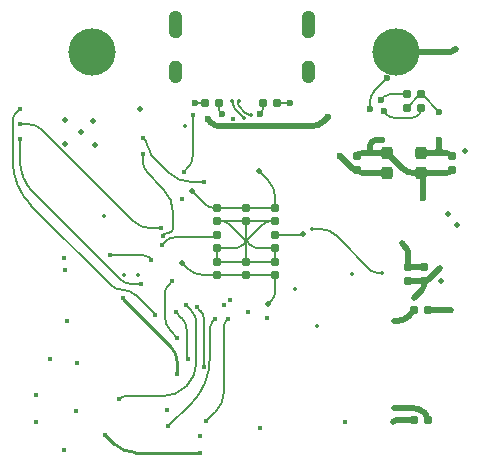
<source format=gbl>
G04 #@! TF.GenerationSoftware,KiCad,Pcbnew,8.0.4*
G04 #@! TF.CreationDate,2024-10-04T00:04:43-04:00*
G04 #@! TF.ProjectId,BlueSTM32,426c7565-5354-44d3-9332-2e6b69636164,rev?*
G04 #@! TF.SameCoordinates,Original*
G04 #@! TF.FileFunction,Copper,L4,Bot*
G04 #@! TF.FilePolarity,Positive*
%FSLAX46Y46*%
G04 Gerber Fmt 4.6, Leading zero omitted, Abs format (unit mm)*
G04 Created by KiCad (PCBNEW 8.0.4) date 2024-10-04 00:04:43*
%MOMM*%
%LPD*%
G01*
G04 APERTURE LIST*
G04 Aperture macros list*
%AMRoundRect*
0 Rectangle with rounded corners*
0 $1 Rounding radius*
0 $2 $3 $4 $5 $6 $7 $8 $9 X,Y pos of 4 corners*
0 Add a 4 corners polygon primitive as box body*
4,1,4,$2,$3,$4,$5,$6,$7,$8,$9,$2,$3,0*
0 Add four circle primitives for the rounded corners*
1,1,$1+$1,$2,$3*
1,1,$1+$1,$4,$5*
1,1,$1+$1,$6,$7*
1,1,$1+$1,$8,$9*
0 Add four rect primitives between the rounded corners*
20,1,$1+$1,$2,$3,$4,$5,0*
20,1,$1+$1,$4,$5,$6,$7,0*
20,1,$1+$1,$6,$7,$8,$9,0*
20,1,$1+$1,$8,$9,$2,$3,0*%
G04 Aperture macros list end*
G04 #@! TA.AperFunction,EtchedComponent*
%ADD10C,0.010000*%
G04 #@! TD*
G04 #@! TA.AperFunction,SMDPad,CuDef*
%ADD11C,4.000000*%
G04 #@! TD*
G04 #@! TA.AperFunction,SMDPad,CuDef*
%ADD12RoundRect,0.160000X-0.197500X-0.160000X0.197500X-0.160000X0.197500X0.160000X-0.197500X0.160000X0*%
G04 #@! TD*
G04 #@! TA.AperFunction,SMDPad,CuDef*
%ADD13RoundRect,0.160000X0.197500X0.160000X-0.197500X0.160000X-0.197500X-0.160000X0.197500X-0.160000X0*%
G04 #@! TD*
G04 #@! TA.AperFunction,SMDPad,CuDef*
%ADD14RoundRect,0.160000X0.160000X-0.197500X0.160000X0.197500X-0.160000X0.197500X-0.160000X-0.197500X0*%
G04 #@! TD*
G04 #@! TA.AperFunction,SMDPad,CuDef*
%ADD15RoundRect,0.160000X-0.160000X0.197500X-0.160000X-0.197500X0.160000X-0.197500X0.160000X0.197500X0*%
G04 #@! TD*
G04 #@! TA.AperFunction,SMDPad,CuDef*
%ADD16RoundRect,0.155000X-0.155000X0.212500X-0.155000X-0.212500X0.155000X-0.212500X0.155000X0.212500X0*%
G04 #@! TD*
G04 #@! TA.AperFunction,SMDPad,CuDef*
%ADD17RoundRect,0.155000X0.155000X-0.212500X0.155000X0.212500X-0.155000X0.212500X-0.155000X-0.212500X0*%
G04 #@! TD*
G04 #@! TA.AperFunction,SMDPad,CuDef*
%ADD18RoundRect,0.155000X0.212500X0.155000X-0.212500X0.155000X-0.212500X-0.155000X0.212500X-0.155000X0*%
G04 #@! TD*
G04 #@! TA.AperFunction,SMDPad,CuDef*
%ADD19RoundRect,0.155000X-0.212500X-0.155000X0.212500X-0.155000X0.212500X0.155000X-0.212500X0.155000X0*%
G04 #@! TD*
G04 #@! TA.AperFunction,SMDPad,CuDef*
%ADD20RoundRect,0.237500X0.237500X-0.300000X0.237500X0.300000X-0.237500X0.300000X-0.237500X-0.300000X0*%
G04 #@! TD*
G04 #@! TA.AperFunction,SMDPad,CuDef*
%ADD21RoundRect,0.237500X-0.237500X0.300000X-0.237500X-0.300000X0.237500X-0.300000X0.237500X0.300000X0*%
G04 #@! TD*
G04 #@! TA.AperFunction,ComponentPad*
%ADD22O,0.950000X1.900000*%
G04 #@! TD*
G04 #@! TA.AperFunction,ComponentPad*
%ADD23O,0.800000X1.600000*%
G04 #@! TD*
G04 #@! TA.AperFunction,ViaPad*
%ADD24C,0.400000*%
G04 #@! TD*
G04 #@! TA.AperFunction,ViaPad*
%ADD25C,0.500000*%
G04 #@! TD*
G04 #@! TA.AperFunction,ViaPad*
%ADD26C,0.350000*%
G04 #@! TD*
G04 #@! TA.AperFunction,ViaPad*
%ADD27C,0.600000*%
G04 #@! TD*
G04 #@! TA.AperFunction,Conductor*
%ADD28C,0.200000*%
G04 #@! TD*
G04 #@! TA.AperFunction,Conductor*
%ADD29C,0.500000*%
G04 #@! TD*
G04 #@! TA.AperFunction,Conductor*
%ADD30C,0.250000*%
G04 #@! TD*
G04 APERTURE END LIST*
D10*
X175596000Y-104701000D02*
X175622000Y-104703000D01*
X175648000Y-104706000D01*
X175674000Y-104711000D01*
X175699000Y-104717000D01*
X175725000Y-104724000D01*
X175749000Y-104733000D01*
X175773000Y-104743000D01*
X175797000Y-104754000D01*
X175820000Y-104767000D01*
X175842000Y-104781000D01*
X175864000Y-104795000D01*
X175885000Y-104811000D01*
X175905000Y-104828000D01*
X175924000Y-104846000D01*
X175942000Y-104865000D01*
X175959000Y-104885000D01*
X175975000Y-104906000D01*
X175989000Y-104928000D01*
X176003000Y-104950000D01*
X176016000Y-104973000D01*
X176027000Y-104997000D01*
X176037000Y-105021000D01*
X176046000Y-105045000D01*
X176053000Y-105071000D01*
X176059000Y-105096000D01*
X176064000Y-105122000D01*
X176067000Y-105148000D01*
X176069000Y-105174000D01*
X176070000Y-105200000D01*
X176070000Y-106000000D01*
X176069000Y-106026000D01*
X176067000Y-106052000D01*
X176064000Y-106078000D01*
X176059000Y-106104000D01*
X176053000Y-106129000D01*
X176046000Y-106155000D01*
X176037000Y-106179000D01*
X176027000Y-106203000D01*
X176016000Y-106227000D01*
X176003000Y-106250000D01*
X175989000Y-106272000D01*
X175975000Y-106294000D01*
X175959000Y-106315000D01*
X175942000Y-106335000D01*
X175924000Y-106354000D01*
X175905000Y-106372000D01*
X175885000Y-106389000D01*
X175864000Y-106405000D01*
X175842000Y-106419000D01*
X175820000Y-106433000D01*
X175797000Y-106446000D01*
X175773000Y-106457000D01*
X175749000Y-106467000D01*
X175725000Y-106476000D01*
X175699000Y-106483000D01*
X175674000Y-106489000D01*
X175648000Y-106494000D01*
X175622000Y-106497000D01*
X175596000Y-106499000D01*
X175570000Y-106500000D01*
X175544000Y-106499000D01*
X175518000Y-106497000D01*
X175492000Y-106494000D01*
X175466000Y-106489000D01*
X175441000Y-106483000D01*
X175415000Y-106476000D01*
X175391000Y-106467000D01*
X175367000Y-106457000D01*
X175343000Y-106446000D01*
X175320000Y-106433000D01*
X175298000Y-106419000D01*
X175276000Y-106405000D01*
X175255000Y-106389000D01*
X175235000Y-106372000D01*
X175216000Y-106354000D01*
X175198000Y-106335000D01*
X175181000Y-106315000D01*
X175165000Y-106294000D01*
X175151000Y-106272000D01*
X175137000Y-106250000D01*
X175124000Y-106227000D01*
X175113000Y-106203000D01*
X175103000Y-106179000D01*
X175094000Y-106155000D01*
X175087000Y-106129000D01*
X175081000Y-106104000D01*
X175076000Y-106078000D01*
X175073000Y-106052000D01*
X175071000Y-106026000D01*
X175070000Y-106000000D01*
X175070000Y-105200000D01*
X175071000Y-105174000D01*
X175073000Y-105148000D01*
X175076000Y-105122000D01*
X175081000Y-105096000D01*
X175087000Y-105071000D01*
X175094000Y-105045000D01*
X175103000Y-105021000D01*
X175113000Y-104997000D01*
X175124000Y-104973000D01*
X175137000Y-104950000D01*
X175151000Y-104928000D01*
X175165000Y-104906000D01*
X175181000Y-104885000D01*
X175198000Y-104865000D01*
X175216000Y-104846000D01*
X175235000Y-104828000D01*
X175255000Y-104811000D01*
X175276000Y-104795000D01*
X175298000Y-104781000D01*
X175320000Y-104767000D01*
X175343000Y-104754000D01*
X175367000Y-104743000D01*
X175391000Y-104733000D01*
X175415000Y-104724000D01*
X175441000Y-104717000D01*
X175466000Y-104711000D01*
X175492000Y-104706000D01*
X175518000Y-104703000D01*
X175544000Y-104701000D01*
X175570000Y-104700000D01*
X175596000Y-104701000D01*
G04 #@! TA.AperFunction,EtchedComponent*
G36*
X175596000Y-104701000D02*
G01*
X175622000Y-104703000D01*
X175648000Y-104706000D01*
X175674000Y-104711000D01*
X175699000Y-104717000D01*
X175725000Y-104724000D01*
X175749000Y-104733000D01*
X175773000Y-104743000D01*
X175797000Y-104754000D01*
X175820000Y-104767000D01*
X175842000Y-104781000D01*
X175864000Y-104795000D01*
X175885000Y-104811000D01*
X175905000Y-104828000D01*
X175924000Y-104846000D01*
X175942000Y-104865000D01*
X175959000Y-104885000D01*
X175975000Y-104906000D01*
X175989000Y-104928000D01*
X176003000Y-104950000D01*
X176016000Y-104973000D01*
X176027000Y-104997000D01*
X176037000Y-105021000D01*
X176046000Y-105045000D01*
X176053000Y-105071000D01*
X176059000Y-105096000D01*
X176064000Y-105122000D01*
X176067000Y-105148000D01*
X176069000Y-105174000D01*
X176070000Y-105200000D01*
X176070000Y-106000000D01*
X176069000Y-106026000D01*
X176067000Y-106052000D01*
X176064000Y-106078000D01*
X176059000Y-106104000D01*
X176053000Y-106129000D01*
X176046000Y-106155000D01*
X176037000Y-106179000D01*
X176027000Y-106203000D01*
X176016000Y-106227000D01*
X176003000Y-106250000D01*
X175989000Y-106272000D01*
X175975000Y-106294000D01*
X175959000Y-106315000D01*
X175942000Y-106335000D01*
X175924000Y-106354000D01*
X175905000Y-106372000D01*
X175885000Y-106389000D01*
X175864000Y-106405000D01*
X175842000Y-106419000D01*
X175820000Y-106433000D01*
X175797000Y-106446000D01*
X175773000Y-106457000D01*
X175749000Y-106467000D01*
X175725000Y-106476000D01*
X175699000Y-106483000D01*
X175674000Y-106489000D01*
X175648000Y-106494000D01*
X175622000Y-106497000D01*
X175596000Y-106499000D01*
X175570000Y-106500000D01*
X175544000Y-106499000D01*
X175518000Y-106497000D01*
X175492000Y-106494000D01*
X175466000Y-106489000D01*
X175441000Y-106483000D01*
X175415000Y-106476000D01*
X175391000Y-106467000D01*
X175367000Y-106457000D01*
X175343000Y-106446000D01*
X175320000Y-106433000D01*
X175298000Y-106419000D01*
X175276000Y-106405000D01*
X175255000Y-106389000D01*
X175235000Y-106372000D01*
X175216000Y-106354000D01*
X175198000Y-106335000D01*
X175181000Y-106315000D01*
X175165000Y-106294000D01*
X175151000Y-106272000D01*
X175137000Y-106250000D01*
X175124000Y-106227000D01*
X175113000Y-106203000D01*
X175103000Y-106179000D01*
X175094000Y-106155000D01*
X175087000Y-106129000D01*
X175081000Y-106104000D01*
X175076000Y-106078000D01*
X175073000Y-106052000D01*
X175071000Y-106026000D01*
X175070000Y-106000000D01*
X175070000Y-105200000D01*
X175071000Y-105174000D01*
X175073000Y-105148000D01*
X175076000Y-105122000D01*
X175081000Y-105096000D01*
X175087000Y-105071000D01*
X175094000Y-105045000D01*
X175103000Y-105021000D01*
X175113000Y-104997000D01*
X175124000Y-104973000D01*
X175137000Y-104950000D01*
X175151000Y-104928000D01*
X175165000Y-104906000D01*
X175181000Y-104885000D01*
X175198000Y-104865000D01*
X175216000Y-104846000D01*
X175235000Y-104828000D01*
X175255000Y-104811000D01*
X175276000Y-104795000D01*
X175298000Y-104781000D01*
X175320000Y-104767000D01*
X175343000Y-104754000D01*
X175367000Y-104743000D01*
X175391000Y-104733000D01*
X175415000Y-104724000D01*
X175441000Y-104717000D01*
X175466000Y-104711000D01*
X175492000Y-104706000D01*
X175518000Y-104703000D01*
X175544000Y-104701000D01*
X175570000Y-104700000D01*
X175596000Y-104701000D01*
G37*
G04 #@! TD.AperFunction*
X175596000Y-100501000D02*
X175622000Y-100503000D01*
X175648000Y-100506000D01*
X175674000Y-100511000D01*
X175699000Y-100517000D01*
X175725000Y-100524000D01*
X175749000Y-100533000D01*
X175773000Y-100543000D01*
X175797000Y-100554000D01*
X175820000Y-100567000D01*
X175842000Y-100581000D01*
X175864000Y-100595000D01*
X175885000Y-100611000D01*
X175905000Y-100628000D01*
X175924000Y-100646000D01*
X175942000Y-100665000D01*
X175959000Y-100685000D01*
X175975000Y-100706000D01*
X175989000Y-100728000D01*
X176003000Y-100750000D01*
X176016000Y-100773000D01*
X176027000Y-100797000D01*
X176037000Y-100821000D01*
X176046000Y-100845000D01*
X176053000Y-100871000D01*
X176059000Y-100896000D01*
X176064000Y-100922000D01*
X176067000Y-100948000D01*
X176069000Y-100974000D01*
X176070000Y-101000000D01*
X176070000Y-102200000D01*
X176069000Y-102226000D01*
X176067000Y-102252000D01*
X176064000Y-102278000D01*
X176059000Y-102304000D01*
X176053000Y-102329000D01*
X176046000Y-102355000D01*
X176037000Y-102379000D01*
X176027000Y-102403000D01*
X176016000Y-102427000D01*
X176003000Y-102450000D01*
X175989000Y-102472000D01*
X175975000Y-102494000D01*
X175959000Y-102515000D01*
X175942000Y-102535000D01*
X175924000Y-102554000D01*
X175905000Y-102572000D01*
X175885000Y-102589000D01*
X175864000Y-102605000D01*
X175842000Y-102619000D01*
X175820000Y-102633000D01*
X175797000Y-102646000D01*
X175773000Y-102657000D01*
X175749000Y-102667000D01*
X175725000Y-102676000D01*
X175699000Y-102683000D01*
X175674000Y-102689000D01*
X175648000Y-102694000D01*
X175622000Y-102697000D01*
X175596000Y-102699000D01*
X175570000Y-102700000D01*
X175544000Y-102699000D01*
X175518000Y-102697000D01*
X175492000Y-102694000D01*
X175466000Y-102689000D01*
X175441000Y-102683000D01*
X175415000Y-102676000D01*
X175391000Y-102667000D01*
X175367000Y-102657000D01*
X175343000Y-102646000D01*
X175320000Y-102633000D01*
X175298000Y-102619000D01*
X175276000Y-102605000D01*
X175255000Y-102589000D01*
X175235000Y-102572000D01*
X175216000Y-102554000D01*
X175198000Y-102535000D01*
X175181000Y-102515000D01*
X175165000Y-102494000D01*
X175151000Y-102472000D01*
X175137000Y-102450000D01*
X175124000Y-102427000D01*
X175113000Y-102403000D01*
X175103000Y-102379000D01*
X175094000Y-102355000D01*
X175087000Y-102329000D01*
X175081000Y-102304000D01*
X175076000Y-102278000D01*
X175073000Y-102252000D01*
X175071000Y-102226000D01*
X175070000Y-102200000D01*
X175070000Y-101000000D01*
X175071000Y-100974000D01*
X175073000Y-100948000D01*
X175076000Y-100922000D01*
X175081000Y-100896000D01*
X175087000Y-100871000D01*
X175094000Y-100845000D01*
X175103000Y-100821000D01*
X175113000Y-100797000D01*
X175124000Y-100773000D01*
X175137000Y-100750000D01*
X175151000Y-100728000D01*
X175165000Y-100706000D01*
X175181000Y-100685000D01*
X175198000Y-100665000D01*
X175216000Y-100646000D01*
X175235000Y-100628000D01*
X175255000Y-100611000D01*
X175276000Y-100595000D01*
X175298000Y-100581000D01*
X175320000Y-100567000D01*
X175343000Y-100554000D01*
X175367000Y-100543000D01*
X175391000Y-100533000D01*
X175415000Y-100524000D01*
X175441000Y-100517000D01*
X175466000Y-100511000D01*
X175492000Y-100506000D01*
X175518000Y-100503000D01*
X175544000Y-100501000D01*
X175570000Y-100500000D01*
X175596000Y-100501000D01*
G04 #@! TA.AperFunction,EtchedComponent*
G36*
X175596000Y-100501000D02*
G01*
X175622000Y-100503000D01*
X175648000Y-100506000D01*
X175674000Y-100511000D01*
X175699000Y-100517000D01*
X175725000Y-100524000D01*
X175749000Y-100533000D01*
X175773000Y-100543000D01*
X175797000Y-100554000D01*
X175820000Y-100567000D01*
X175842000Y-100581000D01*
X175864000Y-100595000D01*
X175885000Y-100611000D01*
X175905000Y-100628000D01*
X175924000Y-100646000D01*
X175942000Y-100665000D01*
X175959000Y-100685000D01*
X175975000Y-100706000D01*
X175989000Y-100728000D01*
X176003000Y-100750000D01*
X176016000Y-100773000D01*
X176027000Y-100797000D01*
X176037000Y-100821000D01*
X176046000Y-100845000D01*
X176053000Y-100871000D01*
X176059000Y-100896000D01*
X176064000Y-100922000D01*
X176067000Y-100948000D01*
X176069000Y-100974000D01*
X176070000Y-101000000D01*
X176070000Y-102200000D01*
X176069000Y-102226000D01*
X176067000Y-102252000D01*
X176064000Y-102278000D01*
X176059000Y-102304000D01*
X176053000Y-102329000D01*
X176046000Y-102355000D01*
X176037000Y-102379000D01*
X176027000Y-102403000D01*
X176016000Y-102427000D01*
X176003000Y-102450000D01*
X175989000Y-102472000D01*
X175975000Y-102494000D01*
X175959000Y-102515000D01*
X175942000Y-102535000D01*
X175924000Y-102554000D01*
X175905000Y-102572000D01*
X175885000Y-102589000D01*
X175864000Y-102605000D01*
X175842000Y-102619000D01*
X175820000Y-102633000D01*
X175797000Y-102646000D01*
X175773000Y-102657000D01*
X175749000Y-102667000D01*
X175725000Y-102676000D01*
X175699000Y-102683000D01*
X175674000Y-102689000D01*
X175648000Y-102694000D01*
X175622000Y-102697000D01*
X175596000Y-102699000D01*
X175570000Y-102700000D01*
X175544000Y-102699000D01*
X175518000Y-102697000D01*
X175492000Y-102694000D01*
X175466000Y-102689000D01*
X175441000Y-102683000D01*
X175415000Y-102676000D01*
X175391000Y-102667000D01*
X175367000Y-102657000D01*
X175343000Y-102646000D01*
X175320000Y-102633000D01*
X175298000Y-102619000D01*
X175276000Y-102605000D01*
X175255000Y-102589000D01*
X175235000Y-102572000D01*
X175216000Y-102554000D01*
X175198000Y-102535000D01*
X175181000Y-102515000D01*
X175165000Y-102494000D01*
X175151000Y-102472000D01*
X175137000Y-102450000D01*
X175124000Y-102427000D01*
X175113000Y-102403000D01*
X175103000Y-102379000D01*
X175094000Y-102355000D01*
X175087000Y-102329000D01*
X175081000Y-102304000D01*
X175076000Y-102278000D01*
X175073000Y-102252000D01*
X175071000Y-102226000D01*
X175070000Y-102200000D01*
X175070000Y-101000000D01*
X175071000Y-100974000D01*
X175073000Y-100948000D01*
X175076000Y-100922000D01*
X175081000Y-100896000D01*
X175087000Y-100871000D01*
X175094000Y-100845000D01*
X175103000Y-100821000D01*
X175113000Y-100797000D01*
X175124000Y-100773000D01*
X175137000Y-100750000D01*
X175151000Y-100728000D01*
X175165000Y-100706000D01*
X175181000Y-100685000D01*
X175198000Y-100665000D01*
X175216000Y-100646000D01*
X175235000Y-100628000D01*
X175255000Y-100611000D01*
X175276000Y-100595000D01*
X175298000Y-100581000D01*
X175320000Y-100567000D01*
X175343000Y-100554000D01*
X175367000Y-100543000D01*
X175391000Y-100533000D01*
X175415000Y-100524000D01*
X175441000Y-100517000D01*
X175466000Y-100511000D01*
X175492000Y-100506000D01*
X175518000Y-100503000D01*
X175544000Y-100501000D01*
X175570000Y-100500000D01*
X175596000Y-100501000D01*
G37*
G04 #@! TD.AperFunction*
X164356000Y-104701000D02*
X164382000Y-104703000D01*
X164408000Y-104706000D01*
X164434000Y-104711000D01*
X164459000Y-104717000D01*
X164485000Y-104724000D01*
X164509000Y-104733000D01*
X164533000Y-104743000D01*
X164557000Y-104754000D01*
X164580000Y-104767000D01*
X164602000Y-104781000D01*
X164624000Y-104795000D01*
X164645000Y-104811000D01*
X164665000Y-104828000D01*
X164684000Y-104846000D01*
X164702000Y-104865000D01*
X164719000Y-104885000D01*
X164735000Y-104906000D01*
X164749000Y-104928000D01*
X164763000Y-104950000D01*
X164776000Y-104973000D01*
X164787000Y-104997000D01*
X164797000Y-105021000D01*
X164806000Y-105045000D01*
X164813000Y-105071000D01*
X164819000Y-105096000D01*
X164824000Y-105122000D01*
X164827000Y-105148000D01*
X164829000Y-105174000D01*
X164830000Y-105200000D01*
X164830000Y-106000000D01*
X164829000Y-106026000D01*
X164827000Y-106052000D01*
X164824000Y-106078000D01*
X164819000Y-106104000D01*
X164813000Y-106129000D01*
X164806000Y-106155000D01*
X164797000Y-106179000D01*
X164787000Y-106203000D01*
X164776000Y-106227000D01*
X164763000Y-106250000D01*
X164749000Y-106272000D01*
X164735000Y-106294000D01*
X164719000Y-106315000D01*
X164702000Y-106335000D01*
X164684000Y-106354000D01*
X164665000Y-106372000D01*
X164645000Y-106389000D01*
X164624000Y-106405000D01*
X164602000Y-106419000D01*
X164580000Y-106433000D01*
X164557000Y-106446000D01*
X164533000Y-106457000D01*
X164509000Y-106467000D01*
X164485000Y-106476000D01*
X164459000Y-106483000D01*
X164434000Y-106489000D01*
X164408000Y-106494000D01*
X164382000Y-106497000D01*
X164356000Y-106499000D01*
X164330000Y-106500000D01*
X164304000Y-106499000D01*
X164278000Y-106497000D01*
X164252000Y-106494000D01*
X164226000Y-106489000D01*
X164201000Y-106483000D01*
X164175000Y-106476000D01*
X164151000Y-106467000D01*
X164127000Y-106457000D01*
X164103000Y-106446000D01*
X164080000Y-106433000D01*
X164058000Y-106419000D01*
X164036000Y-106405000D01*
X164015000Y-106389000D01*
X163995000Y-106372000D01*
X163976000Y-106354000D01*
X163958000Y-106335000D01*
X163941000Y-106315000D01*
X163925000Y-106294000D01*
X163911000Y-106272000D01*
X163897000Y-106250000D01*
X163884000Y-106227000D01*
X163873000Y-106203000D01*
X163863000Y-106179000D01*
X163854000Y-106155000D01*
X163847000Y-106129000D01*
X163841000Y-106104000D01*
X163836000Y-106078000D01*
X163833000Y-106052000D01*
X163831000Y-106026000D01*
X163830000Y-106000000D01*
X163830000Y-105200000D01*
X163831000Y-105174000D01*
X163833000Y-105148000D01*
X163836000Y-105122000D01*
X163841000Y-105096000D01*
X163847000Y-105071000D01*
X163854000Y-105045000D01*
X163863000Y-105021000D01*
X163873000Y-104997000D01*
X163884000Y-104973000D01*
X163897000Y-104950000D01*
X163911000Y-104928000D01*
X163925000Y-104906000D01*
X163941000Y-104885000D01*
X163958000Y-104865000D01*
X163976000Y-104846000D01*
X163995000Y-104828000D01*
X164015000Y-104811000D01*
X164036000Y-104795000D01*
X164058000Y-104781000D01*
X164080000Y-104767000D01*
X164103000Y-104754000D01*
X164127000Y-104743000D01*
X164151000Y-104733000D01*
X164175000Y-104724000D01*
X164201000Y-104717000D01*
X164226000Y-104711000D01*
X164252000Y-104706000D01*
X164278000Y-104703000D01*
X164304000Y-104701000D01*
X164330000Y-104700000D01*
X164356000Y-104701000D01*
G04 #@! TA.AperFunction,EtchedComponent*
G36*
X164356000Y-104701000D02*
G01*
X164382000Y-104703000D01*
X164408000Y-104706000D01*
X164434000Y-104711000D01*
X164459000Y-104717000D01*
X164485000Y-104724000D01*
X164509000Y-104733000D01*
X164533000Y-104743000D01*
X164557000Y-104754000D01*
X164580000Y-104767000D01*
X164602000Y-104781000D01*
X164624000Y-104795000D01*
X164645000Y-104811000D01*
X164665000Y-104828000D01*
X164684000Y-104846000D01*
X164702000Y-104865000D01*
X164719000Y-104885000D01*
X164735000Y-104906000D01*
X164749000Y-104928000D01*
X164763000Y-104950000D01*
X164776000Y-104973000D01*
X164787000Y-104997000D01*
X164797000Y-105021000D01*
X164806000Y-105045000D01*
X164813000Y-105071000D01*
X164819000Y-105096000D01*
X164824000Y-105122000D01*
X164827000Y-105148000D01*
X164829000Y-105174000D01*
X164830000Y-105200000D01*
X164830000Y-106000000D01*
X164829000Y-106026000D01*
X164827000Y-106052000D01*
X164824000Y-106078000D01*
X164819000Y-106104000D01*
X164813000Y-106129000D01*
X164806000Y-106155000D01*
X164797000Y-106179000D01*
X164787000Y-106203000D01*
X164776000Y-106227000D01*
X164763000Y-106250000D01*
X164749000Y-106272000D01*
X164735000Y-106294000D01*
X164719000Y-106315000D01*
X164702000Y-106335000D01*
X164684000Y-106354000D01*
X164665000Y-106372000D01*
X164645000Y-106389000D01*
X164624000Y-106405000D01*
X164602000Y-106419000D01*
X164580000Y-106433000D01*
X164557000Y-106446000D01*
X164533000Y-106457000D01*
X164509000Y-106467000D01*
X164485000Y-106476000D01*
X164459000Y-106483000D01*
X164434000Y-106489000D01*
X164408000Y-106494000D01*
X164382000Y-106497000D01*
X164356000Y-106499000D01*
X164330000Y-106500000D01*
X164304000Y-106499000D01*
X164278000Y-106497000D01*
X164252000Y-106494000D01*
X164226000Y-106489000D01*
X164201000Y-106483000D01*
X164175000Y-106476000D01*
X164151000Y-106467000D01*
X164127000Y-106457000D01*
X164103000Y-106446000D01*
X164080000Y-106433000D01*
X164058000Y-106419000D01*
X164036000Y-106405000D01*
X164015000Y-106389000D01*
X163995000Y-106372000D01*
X163976000Y-106354000D01*
X163958000Y-106335000D01*
X163941000Y-106315000D01*
X163925000Y-106294000D01*
X163911000Y-106272000D01*
X163897000Y-106250000D01*
X163884000Y-106227000D01*
X163873000Y-106203000D01*
X163863000Y-106179000D01*
X163854000Y-106155000D01*
X163847000Y-106129000D01*
X163841000Y-106104000D01*
X163836000Y-106078000D01*
X163833000Y-106052000D01*
X163831000Y-106026000D01*
X163830000Y-106000000D01*
X163830000Y-105200000D01*
X163831000Y-105174000D01*
X163833000Y-105148000D01*
X163836000Y-105122000D01*
X163841000Y-105096000D01*
X163847000Y-105071000D01*
X163854000Y-105045000D01*
X163863000Y-105021000D01*
X163873000Y-104997000D01*
X163884000Y-104973000D01*
X163897000Y-104950000D01*
X163911000Y-104928000D01*
X163925000Y-104906000D01*
X163941000Y-104885000D01*
X163958000Y-104865000D01*
X163976000Y-104846000D01*
X163995000Y-104828000D01*
X164015000Y-104811000D01*
X164036000Y-104795000D01*
X164058000Y-104781000D01*
X164080000Y-104767000D01*
X164103000Y-104754000D01*
X164127000Y-104743000D01*
X164151000Y-104733000D01*
X164175000Y-104724000D01*
X164201000Y-104717000D01*
X164226000Y-104711000D01*
X164252000Y-104706000D01*
X164278000Y-104703000D01*
X164304000Y-104701000D01*
X164330000Y-104700000D01*
X164356000Y-104701000D01*
G37*
G04 #@! TD.AperFunction*
X164356000Y-100501000D02*
X164382000Y-100503000D01*
X164408000Y-100506000D01*
X164434000Y-100511000D01*
X164459000Y-100517000D01*
X164485000Y-100524000D01*
X164509000Y-100533000D01*
X164533000Y-100543000D01*
X164557000Y-100554000D01*
X164580000Y-100567000D01*
X164602000Y-100581000D01*
X164624000Y-100595000D01*
X164645000Y-100611000D01*
X164665000Y-100628000D01*
X164684000Y-100646000D01*
X164702000Y-100665000D01*
X164719000Y-100685000D01*
X164735000Y-100706000D01*
X164749000Y-100728000D01*
X164763000Y-100750000D01*
X164776000Y-100773000D01*
X164787000Y-100797000D01*
X164797000Y-100821000D01*
X164806000Y-100845000D01*
X164813000Y-100871000D01*
X164819000Y-100896000D01*
X164824000Y-100922000D01*
X164827000Y-100948000D01*
X164829000Y-100974000D01*
X164830000Y-101000000D01*
X164830000Y-102200000D01*
X164829000Y-102226000D01*
X164827000Y-102252000D01*
X164824000Y-102278000D01*
X164819000Y-102304000D01*
X164813000Y-102329000D01*
X164806000Y-102355000D01*
X164797000Y-102379000D01*
X164787000Y-102403000D01*
X164776000Y-102427000D01*
X164763000Y-102450000D01*
X164749000Y-102472000D01*
X164735000Y-102494000D01*
X164719000Y-102515000D01*
X164702000Y-102535000D01*
X164684000Y-102554000D01*
X164665000Y-102572000D01*
X164645000Y-102589000D01*
X164624000Y-102605000D01*
X164602000Y-102619000D01*
X164580000Y-102633000D01*
X164557000Y-102646000D01*
X164533000Y-102657000D01*
X164509000Y-102667000D01*
X164485000Y-102676000D01*
X164459000Y-102683000D01*
X164434000Y-102689000D01*
X164408000Y-102694000D01*
X164382000Y-102697000D01*
X164356000Y-102699000D01*
X164330000Y-102700000D01*
X164304000Y-102699000D01*
X164278000Y-102697000D01*
X164252000Y-102694000D01*
X164226000Y-102689000D01*
X164201000Y-102683000D01*
X164175000Y-102676000D01*
X164151000Y-102667000D01*
X164127000Y-102657000D01*
X164103000Y-102646000D01*
X164080000Y-102633000D01*
X164058000Y-102619000D01*
X164036000Y-102605000D01*
X164015000Y-102589000D01*
X163995000Y-102572000D01*
X163976000Y-102554000D01*
X163958000Y-102535000D01*
X163941000Y-102515000D01*
X163925000Y-102494000D01*
X163911000Y-102472000D01*
X163897000Y-102450000D01*
X163884000Y-102427000D01*
X163873000Y-102403000D01*
X163863000Y-102379000D01*
X163854000Y-102355000D01*
X163847000Y-102329000D01*
X163841000Y-102304000D01*
X163836000Y-102278000D01*
X163833000Y-102252000D01*
X163831000Y-102226000D01*
X163830000Y-102200000D01*
X163830000Y-101000000D01*
X163831000Y-100974000D01*
X163833000Y-100948000D01*
X163836000Y-100922000D01*
X163841000Y-100896000D01*
X163847000Y-100871000D01*
X163854000Y-100845000D01*
X163863000Y-100821000D01*
X163873000Y-100797000D01*
X163884000Y-100773000D01*
X163897000Y-100750000D01*
X163911000Y-100728000D01*
X163925000Y-100706000D01*
X163941000Y-100685000D01*
X163958000Y-100665000D01*
X163976000Y-100646000D01*
X163995000Y-100628000D01*
X164015000Y-100611000D01*
X164036000Y-100595000D01*
X164058000Y-100581000D01*
X164080000Y-100567000D01*
X164103000Y-100554000D01*
X164127000Y-100543000D01*
X164151000Y-100533000D01*
X164175000Y-100524000D01*
X164201000Y-100517000D01*
X164226000Y-100511000D01*
X164252000Y-100506000D01*
X164278000Y-100503000D01*
X164304000Y-100501000D01*
X164330000Y-100500000D01*
X164356000Y-100501000D01*
G04 #@! TA.AperFunction,EtchedComponent*
G36*
X164356000Y-100501000D02*
G01*
X164382000Y-100503000D01*
X164408000Y-100506000D01*
X164434000Y-100511000D01*
X164459000Y-100517000D01*
X164485000Y-100524000D01*
X164509000Y-100533000D01*
X164533000Y-100543000D01*
X164557000Y-100554000D01*
X164580000Y-100567000D01*
X164602000Y-100581000D01*
X164624000Y-100595000D01*
X164645000Y-100611000D01*
X164665000Y-100628000D01*
X164684000Y-100646000D01*
X164702000Y-100665000D01*
X164719000Y-100685000D01*
X164735000Y-100706000D01*
X164749000Y-100728000D01*
X164763000Y-100750000D01*
X164776000Y-100773000D01*
X164787000Y-100797000D01*
X164797000Y-100821000D01*
X164806000Y-100845000D01*
X164813000Y-100871000D01*
X164819000Y-100896000D01*
X164824000Y-100922000D01*
X164827000Y-100948000D01*
X164829000Y-100974000D01*
X164830000Y-101000000D01*
X164830000Y-102200000D01*
X164829000Y-102226000D01*
X164827000Y-102252000D01*
X164824000Y-102278000D01*
X164819000Y-102304000D01*
X164813000Y-102329000D01*
X164806000Y-102355000D01*
X164797000Y-102379000D01*
X164787000Y-102403000D01*
X164776000Y-102427000D01*
X164763000Y-102450000D01*
X164749000Y-102472000D01*
X164735000Y-102494000D01*
X164719000Y-102515000D01*
X164702000Y-102535000D01*
X164684000Y-102554000D01*
X164665000Y-102572000D01*
X164645000Y-102589000D01*
X164624000Y-102605000D01*
X164602000Y-102619000D01*
X164580000Y-102633000D01*
X164557000Y-102646000D01*
X164533000Y-102657000D01*
X164509000Y-102667000D01*
X164485000Y-102676000D01*
X164459000Y-102683000D01*
X164434000Y-102689000D01*
X164408000Y-102694000D01*
X164382000Y-102697000D01*
X164356000Y-102699000D01*
X164330000Y-102700000D01*
X164304000Y-102699000D01*
X164278000Y-102697000D01*
X164252000Y-102694000D01*
X164226000Y-102689000D01*
X164201000Y-102683000D01*
X164175000Y-102676000D01*
X164151000Y-102667000D01*
X164127000Y-102657000D01*
X164103000Y-102646000D01*
X164080000Y-102633000D01*
X164058000Y-102619000D01*
X164036000Y-102605000D01*
X164015000Y-102589000D01*
X163995000Y-102572000D01*
X163976000Y-102554000D01*
X163958000Y-102535000D01*
X163941000Y-102515000D01*
X163925000Y-102494000D01*
X163911000Y-102472000D01*
X163897000Y-102450000D01*
X163884000Y-102427000D01*
X163873000Y-102403000D01*
X163863000Y-102379000D01*
X163854000Y-102355000D01*
X163847000Y-102329000D01*
X163841000Y-102304000D01*
X163836000Y-102278000D01*
X163833000Y-102252000D01*
X163831000Y-102226000D01*
X163830000Y-102200000D01*
X163830000Y-101000000D01*
X163831000Y-100974000D01*
X163833000Y-100948000D01*
X163836000Y-100922000D01*
X163841000Y-100896000D01*
X163847000Y-100871000D01*
X163854000Y-100845000D01*
X163863000Y-100821000D01*
X163873000Y-100797000D01*
X163884000Y-100773000D01*
X163897000Y-100750000D01*
X163911000Y-100728000D01*
X163925000Y-100706000D01*
X163941000Y-100685000D01*
X163958000Y-100665000D01*
X163976000Y-100646000D01*
X163995000Y-100628000D01*
X164015000Y-100611000D01*
X164036000Y-100595000D01*
X164058000Y-100581000D01*
X164080000Y-100567000D01*
X164103000Y-100554000D01*
X164127000Y-100543000D01*
X164151000Y-100533000D01*
X164175000Y-100524000D01*
X164201000Y-100517000D01*
X164226000Y-100511000D01*
X164252000Y-100506000D01*
X164278000Y-100503000D01*
X164304000Y-100501000D01*
X164330000Y-100500000D01*
X164356000Y-100501000D01*
G37*
G04 #@! TD.AperFunction*
D11*
X157320000Y-103960000D03*
X183010000Y-103930000D03*
D12*
X171772500Y-108300000D03*
X172967500Y-108300000D03*
D13*
X168067500Y-108320000D03*
X166872500Y-108320000D03*
D14*
X185137500Y-108727500D03*
X185137500Y-107532500D03*
D15*
X183927500Y-107522500D03*
X183927500Y-108717500D03*
D16*
X172810000Y-118287500D03*
X172810000Y-117152500D03*
D17*
X172810000Y-121712500D03*
X172810000Y-122847500D03*
X170370000Y-121712500D03*
X170370000Y-122847500D03*
D16*
X170370000Y-118297500D03*
X170370000Y-117162500D03*
X167890000Y-118287500D03*
X167890000Y-117152500D03*
D17*
X167900000Y-121712500D03*
X167900000Y-122847500D03*
D16*
X172810000Y-120577500D03*
X172810000Y-119442500D03*
D18*
X184565000Y-125852500D03*
X185700000Y-125852500D03*
D16*
X184080000Y-123337500D03*
X184080000Y-122202500D03*
X185440000Y-123337500D03*
X185440000Y-122202500D03*
D19*
X185710000Y-135132500D03*
X184575000Y-135132500D03*
D20*
X182252500Y-112497500D03*
X182252500Y-114222500D03*
D21*
X185162500Y-114222500D03*
X185162500Y-112497500D03*
D16*
X187802500Y-113937500D03*
X187802500Y-112802500D03*
D17*
X179692500Y-112792500D03*
X179692500Y-113927500D03*
D16*
X167900000Y-120577500D03*
X167900000Y-119442500D03*
D22*
X164330000Y-101600000D03*
D23*
X175570000Y-105600000D03*
X164330000Y-105600000D03*
D22*
X175570000Y-101600000D03*
D24*
X178690000Y-135310000D03*
X171530000Y-135800000D03*
X166410000Y-136510000D03*
X163640000Y-134310000D03*
X153700000Y-129970000D03*
X152510000Y-135290000D03*
X152510000Y-133050000D03*
X165820000Y-109300000D03*
X165055000Y-114115000D03*
X151190000Y-108790000D03*
X162650000Y-126200000D03*
X161600000Y-111290000D03*
X166740000Y-114970000D03*
X164910000Y-116410000D03*
X151180000Y-111350000D03*
X161470000Y-123630000D03*
X168480000Y-125350000D03*
X169010000Y-124980000D03*
X170480000Y-125970000D03*
X172120000Y-126500000D03*
X161590000Y-112600000D03*
X163170000Y-118900000D03*
X163282407Y-119506319D03*
X151190000Y-110080000D03*
X168810000Y-126550000D03*
X166980000Y-135230000D03*
X166180000Y-125570000D03*
X166760000Y-130650000D03*
X165390000Y-129950000D03*
X164420000Y-126010000D03*
X159620000Y-133360000D03*
X165230000Y-125390000D03*
X158780000Y-121150000D03*
X162320000Y-121560000D03*
X164530000Y-128160000D03*
X164100000Y-123380000D03*
X167700000Y-126590000D03*
X163770000Y-135670000D03*
X164530000Y-131210000D03*
X159920000Y-124760000D03*
X166400000Y-137880000D03*
X158380000Y-136360000D03*
X154885000Y-121370000D03*
X155035000Y-122400000D03*
X155205000Y-126760000D03*
X156005000Y-130330000D03*
X155975000Y-134350000D03*
X154955000Y-137700000D03*
X170350000Y-119980000D03*
X163212917Y-120282917D03*
X169210000Y-109600000D03*
D25*
X157540000Y-111800000D03*
X155040000Y-111770000D03*
X156320000Y-110740000D03*
X157380000Y-109770000D03*
X155040000Y-109750000D03*
X161380000Y-108790000D03*
X171460000Y-114080000D03*
X165800000Y-115760000D03*
X164910000Y-121800000D03*
X172200000Y-125300000D03*
X175170000Y-119370000D03*
X186830000Y-123350000D03*
X183530000Y-120180000D03*
X188840000Y-112310000D03*
X187450000Y-117690000D03*
X188210000Y-118620000D03*
D26*
X161200000Y-122880000D03*
X159990000Y-122880000D03*
X157310000Y-105070000D03*
X158680000Y-103850000D03*
X155980000Y-103920000D03*
X157290000Y-102580000D03*
X157350000Y-103950000D03*
X188090000Y-103710000D03*
X165150000Y-110200000D03*
X158280000Y-117860000D03*
X179290000Y-122800000D03*
X175920000Y-118960000D03*
X181860000Y-122720000D03*
X176380000Y-127160000D03*
X174480000Y-124030000D03*
X186720000Y-122260000D03*
X184540000Y-124830000D03*
X182842500Y-126702500D03*
X187712500Y-125802500D03*
X182762500Y-135302500D03*
X182862500Y-134132500D03*
X169175000Y-108120000D03*
X169725000Y-108120000D03*
X170160000Y-109590000D03*
X170740000Y-109270000D03*
D27*
X177250000Y-109470000D03*
X167120000Y-109670000D03*
X182310000Y-106180000D03*
X180810000Y-108790000D03*
X171500000Y-109210000D03*
X174070000Y-108320000D03*
X166020000Y-108300000D03*
X168260000Y-109240000D03*
X186697500Y-109010000D03*
X181977500Y-108990000D03*
X181747500Y-108000000D03*
X181852500Y-111450000D03*
X178322500Y-112810000D03*
X185352500Y-116370000D03*
X186682500Y-111420000D03*
D28*
X170146863Y-109539706D02*
G75*
G02*
X170159971Y-109571421I-31763J-31694D01*
G01*
X169212500Y-108157500D02*
G75*
G02*
X169249986Y-108248033I-90500J-90500D01*
G01*
X169250000Y-108418921D02*
G75*
G03*
X169408346Y-108801169I540600J21D01*
G01*
X169687500Y-108157500D02*
G75*
G03*
X169650014Y-108248033I90500J-90500D01*
G01*
X170263479Y-109090636D02*
G75*
G03*
X170322297Y-109114996I58821J58836D01*
G01*
X169650000Y-108336078D02*
G75*
G03*
X169749745Y-108576926I340600J-22D01*
G01*
X170434252Y-109192500D02*
G75*
G03*
X170621353Y-109270033I187148J187100D01*
G01*
X170381107Y-109139355D02*
G75*
G03*
X170322297Y-109115007I-58807J-58845D01*
G01*
X161849327Y-111539327D02*
G75*
G02*
X162090029Y-112120362I-581027J-581073D01*
G01*
X163842415Y-114213139D02*
G75*
G03*
X165669638Y-114969968I1827185J1827239D01*
G01*
X162090000Y-112120362D02*
G75*
G03*
X162330654Y-112701414I821700J-38D01*
G01*
X150880000Y-109100000D02*
G75*
G03*
X150570003Y-109848406I748400J-748400D01*
G01*
X150570000Y-113126036D02*
G75*
G03*
X152163800Y-116973784I5441600J36D01*
G01*
X158871593Y-123681593D02*
G75*
G03*
X159930000Y-124120004I1058407J1058393D01*
G01*
X162622928Y-126192928D02*
G75*
G03*
X162640000Y-126200012I17072J17028D01*
G01*
X160988406Y-124558406D02*
G75*
G03*
X159930000Y-124119996I-1058406J-1058394D01*
G01*
X160763628Y-118271446D02*
G75*
G03*
X162281091Y-118900011I1517472J1517446D01*
G01*
X153060857Y-110568675D02*
G75*
G03*
X151881091Y-110079994I-1179757J-1179725D01*
G01*
X161590000Y-113195000D02*
G75*
G03*
X162010740Y-114210716I1436400J0D01*
G01*
X164070000Y-119150000D02*
G75*
G02*
X163780294Y-119269998I-289700J289700D01*
G01*
X164190000Y-118860294D02*
G75*
G02*
X164070002Y-119150002I-409700J-6D01*
G01*
X163685828Y-119270000D02*
G75*
G03*
X163400557Y-119388150I-28J-403400D01*
G01*
X163256619Y-115456619D02*
G75*
G02*
X164189989Y-117710000I-2253419J-2253381D01*
G01*
X159572653Y-123134405D02*
G75*
G03*
X160769124Y-123629973I1196447J1196505D01*
G01*
X151180000Y-113045876D02*
G75*
G03*
X152379154Y-115940928I4094200J-24D01*
G01*
X167260000Y-129926036D02*
G75*
G02*
X165666200Y-133773785I-5441600J36D01*
G01*
X167480000Y-126810000D02*
G75*
G03*
X167260011Y-127341126I531100J-531100D01*
G01*
X160063847Y-133100000D02*
G75*
G03*
X159749986Y-133229986I-47J-443800D01*
G01*
X165685000Y-125845000D02*
G75*
G02*
X166140014Y-126943467I-1098500J-1098500D01*
G01*
X165300000Y-132260000D02*
G75*
G02*
X163272060Y-133099984I-2027900J2027900D01*
G01*
X166140000Y-130232060D02*
G75*
G02*
X165300012Y-132260012I-2867900J-40D01*
G01*
X163450000Y-126316324D02*
G75*
G03*
X163990007Y-127619993I1843700J24D01*
G01*
X163775000Y-123705000D02*
G75*
G03*
X163450008Y-124489619I784600J-784600D01*
G01*
X162115000Y-121355000D02*
G75*
G03*
X161620086Y-121150006I-494900J-494900D01*
G01*
X177950330Y-119490330D02*
G75*
G03*
X176670000Y-118960012I-1280330J-1280370D01*
G01*
X180939583Y-122479583D02*
G75*
G03*
X181520000Y-122720010I580417J580383D01*
G01*
X181202444Y-107287555D02*
G75*
G03*
X180810003Y-108235000I947456J-947445D01*
G01*
X184927499Y-109329999D02*
G75*
G02*
X184420515Y-109540005I-506999J506999D01*
G01*
X185137500Y-108923750D02*
G75*
G02*
X184998708Y-109258747I-473800J50D01*
G01*
X182252500Y-109265000D02*
G75*
G03*
X182916408Y-109539996I663900J663900D01*
G01*
X182562643Y-107522500D02*
G75*
G03*
X181986237Y-107761237I-43J-815100D01*
G01*
D29*
X176860000Y-109860000D02*
G75*
G02*
X175918456Y-110249982I-941500J941500D01*
G01*
X167410000Y-109960000D02*
G75*
G03*
X168110121Y-110249991I700100J700100D01*
G01*
D28*
X168067500Y-108911381D02*
G75*
G03*
X168163745Y-109143755I328600J-19D01*
G01*
X171772500Y-108744813D02*
G75*
G02*
X171636246Y-109073746I-465200J13D01*
G01*
X168645000Y-126715000D02*
G75*
G03*
X168480019Y-127113345I398300J-398300D01*
G01*
X168480000Y-132669339D02*
G75*
G02*
X167729988Y-134479988I-2560700J39D01*
G01*
D30*
X159140000Y-137120000D02*
G75*
G03*
X160974802Y-137879999I1834800J1834800D01*
G01*
D28*
X166470000Y-125860000D02*
G75*
G02*
X166759991Y-126560121I-700100J-700100D01*
G01*
X165310000Y-129813431D02*
G75*
G03*
X165350009Y-129909991I136600J31D01*
G01*
X164865000Y-126455000D02*
G75*
G02*
X165309990Y-127529325I-1074300J-1074300D01*
G01*
D30*
X159920000Y-124805000D02*
G75*
G03*
X159951827Y-124881811I108600J0D01*
G01*
X163911281Y-128841281D02*
G75*
G02*
X164530011Y-130335000I-1493681J-1493719D01*
G01*
D29*
X187980000Y-103820000D02*
G75*
G02*
X187714436Y-103930015I-265600J265600D01*
G01*
X179840000Y-114075000D02*
G75*
G03*
X180196096Y-114222501I356100J356100D01*
G01*
X179781772Y-114016772D02*
G75*
G03*
X179566250Y-113927466I-215572J-215528D01*
G01*
X179350727Y-113838227D02*
G75*
G03*
X179566250Y-113927534I215573J215527D01*
G01*
D28*
X164259231Y-119670000D02*
G75*
G03*
X163519363Y-119976446I-31J-1046300D01*
G01*
X167786250Y-119556250D02*
G75*
G02*
X167511633Y-119670014I-274650J274650D01*
G01*
X165820000Y-112809063D02*
G75*
G02*
X165437511Y-113732511I-1305900J-37D01*
G01*
D29*
X181269276Y-111450000D02*
G75*
G03*
X180967507Y-111575007I24J-426800D01*
G01*
X185714094Y-123265905D02*
G75*
G02*
X185541250Y-123337546I-172894J172805D01*
G01*
X185440000Y-123633750D02*
G75*
G02*
X185230492Y-124139453I-715200J50D01*
G01*
X180845428Y-112497500D02*
G75*
G03*
X180847451Y-112492549I-28J2900D01*
G01*
X180847500Y-112492500D02*
G75*
G03*
X180859571Y-112497512I12100J12100D01*
G01*
D28*
X170370000Y-119945857D02*
G75*
G02*
X170360012Y-119970012I-34100J-43D01*
G01*
X166862500Y-108310000D02*
G75*
G03*
X166838357Y-108300017I-24100J-24100D01*
G01*
D29*
X185600398Y-134712898D02*
G75*
G02*
X185710001Y-134977500I-264598J-264602D01*
G01*
D28*
X170350000Y-121678357D02*
G75*
G03*
X170359988Y-121702512I34100J-43D01*
G01*
X170390606Y-119990606D02*
G75*
G03*
X170365000Y-119979996I-25606J-25594D01*
G01*
D29*
X185440000Y-123438750D02*
G75*
G03*
X185338750Y-123337500I-101300J-50D01*
G01*
X185541250Y-123337500D02*
G75*
G03*
X185440000Y-123438750I-50J-101200D01*
G01*
X180196096Y-112497500D02*
G75*
G03*
X179840001Y-112645001I4J-503600D01*
G01*
D28*
X185125000Y-107532500D02*
G75*
G03*
X185103657Y-107541334I0J-30200D01*
G01*
X172426250Y-118287500D02*
G75*
G03*
X171771113Y-118558818I-50J-926500D01*
G01*
D29*
X180967500Y-111575000D02*
G75*
G03*
X180842490Y-111876776I301800J-301800D01*
G01*
D28*
X170051250Y-120278750D02*
G75*
G02*
X169330003Y-120577502I-721250J721250D01*
G01*
X168928852Y-118558852D02*
G75*
G03*
X168273750Y-118287478I-655152J-655148D01*
G01*
X185249168Y-107561668D02*
G75*
G03*
X185178750Y-107532539I-70368J-70432D01*
G01*
X174060000Y-108310000D02*
G75*
G03*
X174035857Y-108300017I-24100J-24100D01*
G01*
D29*
X187660000Y-114080000D02*
G75*
G02*
X187315974Y-114222489I-344000J344000D01*
G01*
X185365000Y-134477500D02*
G75*
G03*
X184532096Y-134132502I-832900J-832900D01*
G01*
X184023475Y-126394024D02*
G75*
G02*
X183278750Y-126702535I-744775J744724D01*
G01*
X180842500Y-112480428D02*
G75*
G03*
X180847508Y-112492492I17100J28D01*
G01*
X185257500Y-114317500D02*
G75*
G02*
X185352550Y-114546850I-229300J-229400D01*
G01*
D28*
X170678750Y-120278750D02*
G75*
G03*
X171399996Y-120577502I721250J721250D01*
G01*
D29*
X183558539Y-113803539D02*
G75*
G03*
X184570000Y-114222506I1011461J1011439D01*
G01*
X185257500Y-114317500D02*
G75*
G03*
X185028149Y-114222521I-229300J-229300D01*
G01*
X185296850Y-114222500D02*
G75*
G03*
X185257535Y-114317465I-50J-55600D01*
G01*
X180859571Y-112497500D02*
X180845428Y-112497500D01*
X185338750Y-123337500D02*
X185541250Y-123337500D01*
D28*
X185150000Y-107532500D02*
X185125000Y-107532500D01*
D29*
X185028149Y-114222500D02*
X185296850Y-114222500D01*
D28*
X172810000Y-124258664D02*
G75*
G02*
X172505010Y-124995010I-1041300J-36D01*
G01*
D29*
X183805000Y-120455000D02*
G75*
G02*
X184079996Y-121118908I-663900J-663900D01*
G01*
X183052708Y-135132500D02*
G75*
G03*
X182847498Y-135217498I-8J-290200D01*
G01*
D28*
X172201004Y-114821004D02*
G75*
G02*
X172809977Y-116291250I-1470204J-1470196D01*
G01*
D29*
X187650000Y-112650000D02*
G75*
G03*
X187281832Y-112497487I-368200J-368200D01*
G01*
D28*
X166945896Y-116905896D02*
G75*
G03*
X167541250Y-117152523I595404J595396D01*
G01*
X165433750Y-122323750D02*
G75*
G03*
X166698194Y-122847502I1264450J1264450D01*
G01*
D29*
X186275000Y-112497500D02*
G75*
G03*
X186682500Y-112090000I0J407500D01*
G01*
X186682500Y-112090000D02*
G75*
G03*
X187090000Y-112497500I407500J0D01*
G01*
D28*
X175133750Y-119406250D02*
G75*
G02*
X175046234Y-119442514I-87550J87550D01*
G01*
D29*
X187687500Y-125827500D02*
G75*
G02*
X187627144Y-125852518I-60400J60400D01*
G01*
X187090000Y-112497500D02*
X186275000Y-112497500D01*
D28*
X165437500Y-113732500D02*
X165055000Y-114115000D01*
X165820000Y-109300000D02*
X165820000Y-112809063D01*
X151190000Y-108790000D02*
X150880000Y-109100000D01*
X152163792Y-116973792D02*
X158871593Y-123681593D01*
X150570000Y-109848406D02*
X150570000Y-113126036D01*
X162622928Y-126192928D02*
X160988406Y-124558406D01*
X162640000Y-126200000D02*
X162650000Y-126200000D01*
X161849327Y-111539327D02*
X161600000Y-111290000D01*
X163842415Y-114213139D02*
X162330672Y-112701396D01*
X166740000Y-114970000D02*
X165669638Y-114970000D01*
X162010728Y-114210728D02*
X163256619Y-115456619D01*
X161590000Y-113195000D02*
X161590000Y-112600000D01*
X164190000Y-118860294D02*
X164190000Y-117710000D01*
X163780294Y-119270000D02*
X163685828Y-119270000D01*
X163400566Y-119388159D02*
X163282407Y-119506319D01*
X151180000Y-113045876D02*
X151180000Y-111350000D01*
X159572653Y-123134405D02*
X152379165Y-115940917D01*
X160769124Y-123630000D02*
X161470000Y-123630000D01*
X163450000Y-126316324D02*
X163450000Y-124489619D01*
X164100000Y-123380000D02*
X163775000Y-123705000D01*
X163990000Y-127620000D02*
X164530000Y-128160000D01*
X160763628Y-118271446D02*
X153060857Y-110568675D01*
X151190000Y-110080000D02*
X151881091Y-110080000D01*
X162281091Y-118900000D02*
X163170000Y-118900000D01*
X167786250Y-119556250D02*
X167900000Y-119442500D01*
X164259231Y-119670000D02*
X167511633Y-119670000D01*
X163519375Y-119976458D02*
X163212917Y-120282917D01*
X161620086Y-121150000D02*
X158780000Y-121150000D01*
X162115000Y-121355000D02*
X162320000Y-121560000D01*
X166180000Y-125570000D02*
X166470000Y-125860000D01*
X166760000Y-126560121D02*
X166760000Y-130650000D01*
X159620000Y-133360000D02*
X159750000Y-133230000D01*
X166140000Y-126943467D02*
X166140000Y-130232060D01*
X160063847Y-133100000D02*
X163272060Y-133100000D01*
X165685000Y-125845000D02*
X165230000Y-125390000D01*
X165350000Y-129910000D02*
X165390000Y-129950000D01*
X165310000Y-129813431D02*
X165310000Y-127529325D01*
X164865000Y-126455000D02*
X164420000Y-126010000D01*
X165666207Y-133773792D02*
X163770000Y-135670000D01*
X167700000Y-126590000D02*
X167480000Y-126810000D01*
X167260000Y-129926036D02*
X167260000Y-127341126D01*
D30*
X159951819Y-124881819D02*
X163911281Y-128841281D01*
X159920000Y-124760000D02*
X159920000Y-124805000D01*
X164530000Y-130335000D02*
X164530000Y-131210000D01*
X160974802Y-137880000D02*
X166400000Y-137880000D01*
X159140000Y-137120000D02*
X158380000Y-136360000D01*
D28*
X170360000Y-119970000D02*
X170350000Y-119980000D01*
X170370000Y-119945857D02*
X170370000Y-118297500D01*
X171771147Y-118558852D02*
X170350000Y-119980000D01*
X172426250Y-118287500D02*
X172810000Y-118287500D01*
X168928852Y-118558852D02*
X170350000Y-119980000D01*
X167890000Y-118287500D02*
X168273750Y-118287500D01*
X167900000Y-120577500D02*
X169330003Y-120577500D01*
X170051250Y-120278750D02*
X170350000Y-119980000D01*
X172810000Y-120577500D02*
X171399996Y-120577500D01*
X170390606Y-119990606D02*
X170678750Y-120278750D01*
X170365000Y-119980000D02*
X170350000Y-119980000D01*
X170360000Y-121702500D02*
X170370000Y-121712500D01*
X170350000Y-121678357D02*
X170350000Y-119980000D01*
X172810000Y-121712500D02*
X172810000Y-120577500D01*
X172810000Y-121712500D02*
X167900000Y-121712500D01*
X167900000Y-120577500D02*
X167900000Y-121712500D01*
X167890000Y-118287500D02*
X172810000Y-118287500D01*
X175170000Y-119370000D02*
X175133750Y-119406250D01*
X175046234Y-119442500D02*
X172810000Y-119442500D01*
X171460000Y-114080000D02*
X172201004Y-114821004D01*
X172810000Y-117152500D02*
X172810000Y-116291250D01*
X172810000Y-117152500D02*
X167890000Y-117152500D01*
X166945896Y-116905896D02*
X165800000Y-115760000D01*
X167541250Y-117152500D02*
X167890000Y-117152500D01*
X172505000Y-124995000D02*
X172200000Y-125300000D01*
X172810000Y-124258664D02*
X172810000Y-122847500D01*
X164910000Y-121800000D02*
X165433750Y-122323750D01*
X167900000Y-122847500D02*
X166698194Y-122847500D01*
X167900000Y-122847500D02*
X172810000Y-122847500D01*
X176670000Y-118960000D02*
X175920000Y-118960000D01*
X177950330Y-119490330D02*
X180939583Y-122479583D01*
X181860000Y-122720000D02*
X181520000Y-122720000D01*
D29*
X184080000Y-121118908D02*
X184080000Y-122202500D01*
X183530000Y-120180000D02*
X183805000Y-120455000D01*
X185230519Y-124139480D02*
X184540000Y-124830000D01*
X185440000Y-123633750D02*
X185440000Y-123438750D01*
X185714094Y-123265905D02*
X186720000Y-122260000D01*
X185338750Y-123337500D02*
X184080000Y-123337500D01*
X184080000Y-122202500D02*
X185440000Y-122202500D01*
X187714436Y-103930000D02*
X183010000Y-103930000D01*
X188090000Y-103710000D02*
X187980000Y-103820000D01*
X185710000Y-134977500D02*
X185710000Y-135132500D01*
X185600398Y-134712898D02*
X185365000Y-134477500D01*
X184532096Y-134132500D02*
X182862500Y-134132500D01*
X184023475Y-126394024D02*
X184565000Y-125852500D01*
X182842500Y-126702500D02*
X183278750Y-126702500D01*
X187712500Y-125802500D02*
X187687500Y-125827500D01*
X187627144Y-125852500D02*
X185700000Y-125852500D01*
X182762500Y-135302500D02*
X182847500Y-135217500D01*
X183052708Y-135132500D02*
X184575000Y-135132500D01*
D28*
X170621353Y-109270000D02*
X170740000Y-109270000D01*
X169650000Y-108248033D02*
X169650000Y-108336078D01*
X170263479Y-109090636D02*
X169749757Y-108576914D01*
X169687500Y-108157500D02*
X169725000Y-108120000D01*
X170434252Y-109192500D02*
X170381107Y-109139355D01*
X170160000Y-109571421D02*
X170160000Y-109590000D01*
X170146863Y-109539706D02*
X169408336Y-108801179D01*
X169175000Y-108120000D02*
X169212500Y-108157500D01*
X169250000Y-108248033D02*
X169250000Y-108418921D01*
D29*
X177250000Y-109470000D02*
X176860000Y-109860000D01*
X175918456Y-110250000D02*
X168110121Y-110250000D01*
X167120000Y-109670000D02*
X167410000Y-109960000D01*
D28*
X182310000Y-106180000D02*
X181202444Y-107287555D01*
X180810000Y-108235000D02*
X180810000Y-108790000D01*
X171636250Y-109073750D02*
X171500000Y-109210000D01*
X171772500Y-108744813D02*
X171772500Y-108300000D01*
X174070000Y-108320000D02*
X174060000Y-108310000D01*
X174035857Y-108300000D02*
X172967500Y-108300000D01*
X168067500Y-108911381D02*
X168067500Y-108320000D01*
X168260000Y-109240000D02*
X168163750Y-109143750D01*
X166862500Y-108310000D02*
X166872500Y-108320000D01*
X166838357Y-108300000D02*
X166020000Y-108300000D01*
X185150000Y-107532500D02*
X185178750Y-107532500D01*
X186697500Y-109010000D02*
X185249168Y-107561668D01*
X185103661Y-107541338D02*
X183927500Y-108717500D01*
X182562643Y-107522500D02*
X183927500Y-107522500D01*
X181747500Y-108000000D02*
X181986250Y-107761250D01*
X184927499Y-109329999D02*
X184998730Y-109258769D01*
X185137500Y-108923750D02*
X185137500Y-108727500D01*
X184420515Y-109540000D02*
X182916408Y-109540000D01*
X181977500Y-108990000D02*
X182252500Y-109265000D01*
D29*
X180842500Y-111876776D02*
X180842500Y-112480428D01*
X181269276Y-111450000D02*
X181852500Y-111450000D01*
X180845428Y-112497500D02*
X180196096Y-112497500D01*
X180859571Y-112497500D02*
X182252500Y-112497500D01*
X179350727Y-113838227D02*
X178322500Y-112810000D01*
X179840000Y-114075000D02*
X179781772Y-114016772D01*
X180196096Y-114222500D02*
X182252500Y-114222500D01*
X179840000Y-112645000D02*
X179692500Y-112792500D01*
X182252500Y-112497500D02*
X183558539Y-113803539D01*
X184570000Y-114222500D02*
X185028149Y-114222500D01*
X187660000Y-114080000D02*
X187802500Y-113937500D01*
X187315974Y-114222500D02*
X185296850Y-114222500D01*
X185352500Y-114546850D02*
X185352500Y-116370000D01*
X186682500Y-111420000D02*
X186682500Y-112090000D01*
X187281832Y-112497500D02*
X187090000Y-112497500D01*
X186275000Y-112497500D02*
X185162500Y-112497500D01*
X187650000Y-112650000D02*
X187802500Y-112802500D01*
D28*
X167730000Y-134480000D02*
X166980000Y-135230000D01*
X168645000Y-126715000D02*
X168810000Y-126550000D01*
X168480000Y-127113345D02*
X168480000Y-132669339D01*
M02*

</source>
